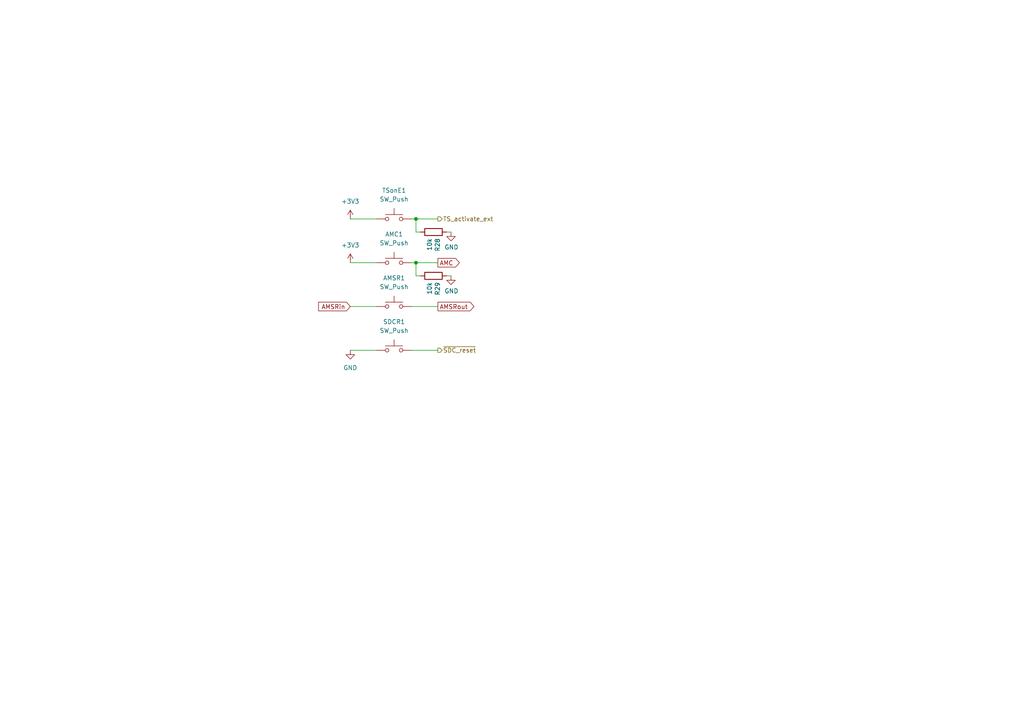
<source format=kicad_sch>
(kicad_sch (version 20211123) (generator eeschema)
  (paper "A4")
  (lib_symbols
    (symbol "Device:R" (pin_numbers hide) (pin_names (offset 0))
      (property "Reference" "R" (at 2.032 0 90))
      (property "Value" "R" (at 0 0 90))
      (symbol "R_0_1"
        (rectangle (start -1.016 -2.54) (end 1.016 2.54) (stroke (width 0.254)))
      )
      (symbol "R_1_1"
        (pin passive line (at 0 3.81 270) (length 1.27) (name "~") (number "1"))
        (pin passive line (at 0 -3.81 90) (length 1.27) (name "~") (number "2"))
      )
    )
    (symbol "Switch:SW_Push" (pin_numbers hide) (pin_names (offset 1.016) hide)
      (property "Reference" "SW" (at 1.27 2.54 0))
      (property "Value" "SW_Push" (at 0 -1.524 0))
      (symbol "SW_Push_0_1"
        (circle (center -2.032 0) (radius 0.508))
        (polyline (pts (xy 0 1.27) (xy 0 3.048)))
        (polyline (pts (xy 2.54 1.27) (xy -2.54 1.27)))
        (circle (center 2.032 0) (radius 0.508))
        (pin passive line (at -5.08 0 0) (length 2.54) (name "1") (number "1"))
        (pin passive line (at 5.08 0 180) (length 2.54) (name "2") (number "2"))
      )
    )
    (symbol "power:+3V3" (power) (pin_names (offset 0))
      (property "Value" "+3V3" (at 0 3.556 0))
      (symbol "+3V3_0_1"
        (polyline (pts (xy -0.762 1.27) (xy 0 2.54)))
        (polyline (pts (xy 0 0) (xy 0 2.54)))
        (polyline (pts (xy 0 2.54) (xy 0.762 1.27)))
      )
      (symbol "+3V3_1_1"
        (pin power_in line (at 0 0 90) (length 0) hide (name "+3V3") (number "1"))
      )
    )
    (symbol "power:GND" (power) (pin_names (offset 0))
      (property "Value" "GND" (at 0 -3.81 0))
      (symbol "GND_0_1"
        (polyline (pts (xy 0 0) (xy 0 -1.27) (xy 1.27 -1.27) (xy 0 -2.54) (xy -1.27 -1.27) (xy 0 -1.27)))
      )
      (symbol "GND_1_1"
        (pin power_in line (at 0 0 270) (length 0) hide (name "GND") (number "1"))
      )
    )
  )
  (junction (at 120.65 76.2))
  (junction (at 120.65 63.5))
  (wire (pts (xy 109.22 63.5) (xy 101.6 63.5)))
  (wire (pts (xy 130.81 80.01) (xy 129.54 80.01)))
  (wire (pts (xy 120.65 63.5) (xy 120.65 67.31)))
  (wire (pts (xy 119.38 76.2) (xy 120.65 76.2)))
  (wire (pts (xy 120.65 76.2) (xy 127 76.2)))
  (wire (pts (xy 119.38 88.9) (xy 127 88.9)))
  (wire (pts (xy 130.81 67.31) (xy 129.54 67.31)))
  (wire (pts (xy 120.65 76.2) (xy 120.65 80.01)))
  (wire (pts (xy 127 101.6) (xy 119.38 101.6)))
  (wire (pts (xy 109.22 101.6) (xy 101.6 101.6)))
  (wire (pts (xy 120.65 63.5) (xy 119.38 63.5)))
  (wire (pts (xy 101.6 88.9) (xy 109.22 88.9)))
  (wire (pts (xy 127 63.5) (xy 120.65 63.5)))
  (wire (pts (xy 120.65 67.31) (xy 121.92 67.31)))
  (wire (pts (xy 101.6 76.2) (xy 109.22 76.2)))
  (wire (pts (xy 120.65 80.01) (xy 121.92 80.01)))
  (global_label "AMSRin" (shape input) (at 101.6 88.9 180) (property "Intersheet References" "${INTERSHEET_REFS}" (effects hide)))
  (global_label "AMSRout" (shape output) (at 127 88.9 0) (property "Intersheet References" "${INTERSHEET_REFS}" (effects hide)))
  (global_label "AMC" (shape output) (at 127 76.2 0) (property "Intersheet References" "${INTERSHEET_REFS}" (effects hide)))
  (hierarchical_label "TS_activate_ext" (shape output) (at 127 63.5 0))
  (hierarchical_label "~{SDC_reset}" (shape output) (at 127 101.6 0))
  (symbol (lib_id "Switch:SW_Push") (at 114.3 88.9 0) (mirror y) (unit 1)
    (property "Reference" "AMSR1" (at 114.3 80.645 0))
    (property "Value" "SW_Push" (at 114.3 83.185 0))
    (property "Footprint" "Custom:APEM-ISx3SAD" (effects hide))
  )
  (symbol (lib_id "Switch:SW_Push") (at 114.3 76.2 0) (mirror y) (unit 1)
    (property "Reference" "AMC1" (at 114.3 67.945 0))
    (property "Value" "SW_Push" (at 114.3 70.485 0))
    (property "Footprint" "Custom:APEM-ISx3SAD" (effects hide))
  )
  (symbol (lib_id "Device:R") (at 125.73 67.31 270) (unit 1)
    (property "Reference" "R28" (at 126.8984 69.088 0) (effects (justify left)))
    (property "Value" "10k" (at 124.587 69.088 0) (effects (justify left)))
    (property "Footprint" "Resistor_SMD:R_0603_1608Metric_Pad1.05x0.95mm_HandSolder" (effects hide))
  )
  (symbol (lib_id "Switch:SW_Push") (at 114.3 101.6 0) (mirror y) (unit 1)
    (property "Reference" "SDCR1" (at 114.3 93.345 0))
    (property "Value" "SW_Push" (at 114.3 95.885 0))
    (property "Footprint" "Custom:APEM-ISx3SAD" (effects hide))
  )
  (symbol (lib_id "power:GND") (at 130.81 80.01 0) (unit 1)
    (property "Reference" "#PWR017" (effects hide))
    (property "Value" "GND" (at 130.937 84.4042 0))
  )
  (symbol (lib_id "Switch:SW_Push") (at 114.3 63.5 0) (mirror y) (unit 1)
    (property "Reference" "TSonE1" (at 114.3 55.245 0))
    (property "Value" "SW_Push" (at 114.3 57.785 0))
    (property "Footprint" "Custom:APEM-ISx3SAD" (effects hide))
  )
  (symbol (lib_id "power:+3V3") (at 101.6 63.5 0) (mirror y) (unit 1)
    (property "Reference" "#PWR013" (effects hide))
    (property "Value" "+3V3" (at 101.6 58.42 0))
  )
  (symbol (lib_id "power:+3V3") (at 101.6 76.2 0) (mirror y) (unit 1)
    (property "Reference" "#PWR014" (effects hide))
    (property "Value" "+3V3" (at 101.6 71.12 0))
  )
  (symbol (lib_id "power:GND") (at 130.81 67.31 0) (unit 1)
    (property "Reference" "#PWR016" (effects hide))
    (property "Value" "GND" (at 130.937 71.7042 0))
  )
  (symbol (lib_id "Device:R") (at 125.73 80.01 270) (unit 1)
    (property "Reference" "R29" (at 126.8984 81.788 0) (effects (justify left)))
    (property "Value" "10k" (at 124.587 81.788 0) (effects (justify left)))
    (property "Footprint" "Resistor_SMD:R_0603_1608Metric_Pad1.05x0.95mm_HandSolder" (effects hide))
  )
  (symbol (lib_id "power:GND") (at 101.6 101.6 0) (mirror y) (unit 1)
    (property "Reference" "#PWR015" (effects hide))
    (property "Value" "GND" (at 101.6 106.68 0))
  )
)
</source>
